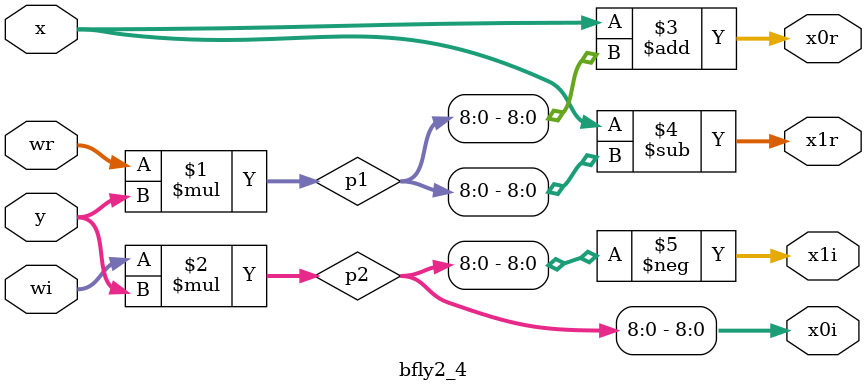
<source format=v>
`timescale 1ns / 1ps


module bfly2_4( x,y,wr,wi,x0r,x0i,x1r,x1i ); // W08 & W28

    input signed [8:0]x,y;
    input signed [8:0]wr,wi;
    output[8:0]  x0r,x0i,x1r,x1i;
    wire [17:0] p1,p2;
    assign p1 = wr*y;
    assign p2 = wi*y;
    assign x0r = x + p1[8:0];
    assign x0i = p2[8:0];
    assign x1r = x - p1[8:0];
    assign x1i = -p2[8:0];

endmodule

</source>
